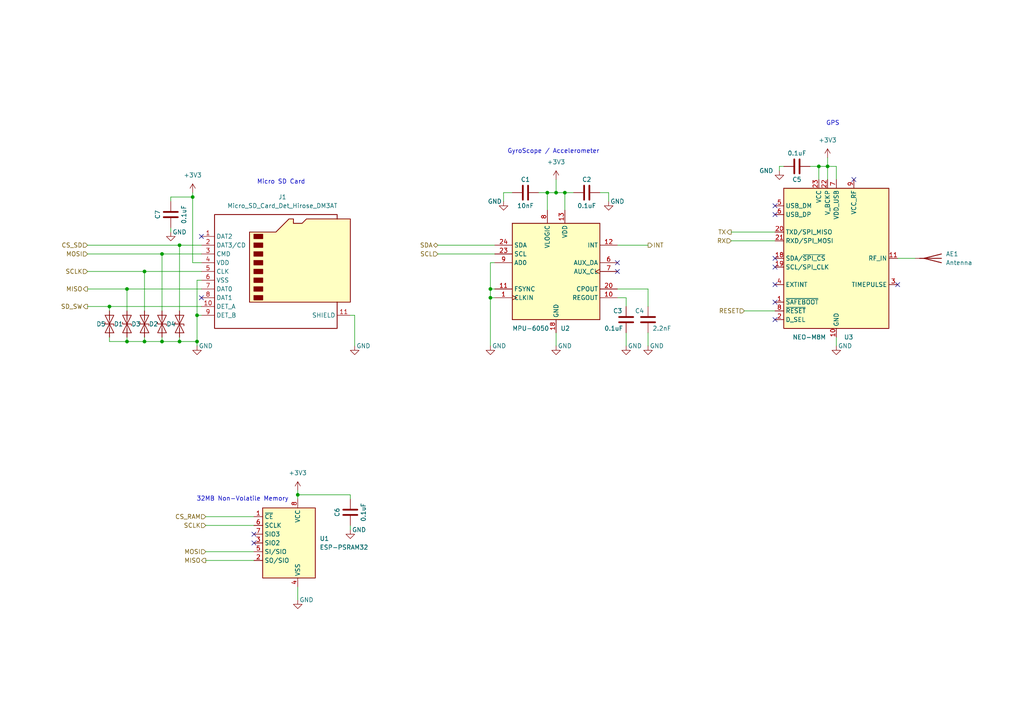
<source format=kicad_sch>
(kicad_sch (version 20231120) (generator "eeschema") (generator_version "8.0")
  (paper "A4")
  (lib_symbols
    (symbol "Connector:Micro_SD_Card_Det_Hirose_DM3AT"
      (property "Reference" "J" (at -16.51 17.78 0))
      (property "Value" "Micro_SD_Card_Det_Hirose_DM3AT" (at 16.51 17.78 0))
      (symbol "Micro_SD_Card_Det_Hirose_DM3AT_0_1"
        (rectangle (start -7.62 -6.985) (end -5.08 -8.255) (stroke (width 0.254)) (fill (type outline)))
        (rectangle (start -7.62 -4.445) (end -5.08 -5.715) (stroke (width 0.254)) (fill (type outline)))
        (rectangle (start -7.62 -1.905) (end -5.08 -3.175) (stroke (width 0.254)) (fill (type outline)))
        (rectangle (start -7.62 0.635) (end -5.08 -0.635) (stroke (width 0.254)) (fill (type outline)))
        (rectangle (start -7.62 3.175) (end -5.08 1.905) (stroke (width 0.254)) (fill (type outline)))
        (rectangle (start -7.62 5.715) (end -5.08 4.445) (stroke (width 0.254)) (fill (type outline)))
        (rectangle (start -7.62 8.255) (end -5.08 6.985) (stroke (width 0.254)) (fill (type outline)))
        (rectangle (start -7.62 10.795) (end -5.08 9.525) (stroke (width 0.254)) (fill (type outline)))
        (polyline (pts (xy 16.51 15.24) (xy 16.51 16.51) (xy -19.05 16.51) (xy -19.05 -16.51) (xy 16.51 -16.51) (xy 16.51 -8.89)) (stroke (width 0.254)))
        (polyline (pts (xy -8.89 -8.89) (xy -8.89 11.43) (xy -1.27 11.43) (xy 2.54 15.24) (xy 3.81 15.24) (xy 3.81 13.97) (xy 6.35 13.97) (xy 7.62 15.24) (xy 20.32 15.24) (xy 20.32 -8.89) (xy -8.89 -8.89)) (stroke (width 0.254)) (fill (type background)))
      )
      (symbol "Micro_SD_Card_Det_Hirose_DM3AT_1_1"
        (pin bidirectional line (at -22.86 10.16 0) (length 3.81) (name "DAT2") (number "1"))
        (pin passive line (at -22.86 -10.16 0) (length 3.81) (name "DET_A") (number "10"))
        (pin passive line (at 20.32 -12.7 180) (length 3.81) (name "SHIELD") (number "11"))
        (pin bidirectional line (at -22.86 7.62 0) (length 3.81) (name "DAT3/CD") (number "2"))
        (pin input line (at -22.86 5.08 0) (length 3.81) (name "CMD") (number "3"))
        (pin power_in line (at -22.86 2.54 0) (length 3.81) (name "VDD") (number "4"))
        (pin input line (at -22.86 0 0) (length 3.81) (name "CLK") (number "5"))
        (pin power_in line (at -22.86 -2.54 0) (length 3.81) (name "VSS") (number "6"))
        (pin bidirectional line (at -22.86 -5.08 0) (length 3.81) (name "DAT0") (number "7"))
        (pin bidirectional line (at -22.86 -7.62 0) (length 3.81) (name "DAT1") (number "8"))
        (pin passive line (at -22.86 -12.7 0) (length 3.81) (name "DET_B") (number "9"))
      )
    )
    (symbol "Device:Antenna" (pin_numbers hide) (pin_names (offset 1.016) hide)
      (property "Reference" "AE1" (at -1.27 3.81 90))
      (property "Value" "Antenna" (at 1.27 3.81 90))
      (symbol "Antenna_0_1"
        (polyline (pts (xy 0 2.54) (xy 0 -3.81)) (stroke (width 0.254)))
        (polyline (pts (xy 1.27 2.54) (xy 0 -2.54) (xy -1.27 2.54)) (stroke (width 0.254)))
      )
      (symbol "Antenna_1_1"
        (pin output line (at 0 -5.08 90) (length 2.54) (name "A") (number "1"))
      )
    )
    (symbol "Device:C" (pin_numbers hide) (pin_names (offset 0.254))
      (property "Reference" "C" (at 0.635 2.54 0))
      (property "Value" "C" (at 0.635 -2.54 0))
      (symbol "C_0_1"
        (polyline (pts (xy -2.032 -0.762) (xy 2.032 -0.762)) (stroke (width 0.508)))
        (polyline (pts (xy -2.032 0.762) (xy 2.032 0.762)) (stroke (width 0.508)))
      )
      (symbol "C_1_1"
        (pin passive line (at 0 3.81 270) (length 2.794) (name "~") (number "1"))
        (pin passive line (at 0 -3.81 90) (length 2.794) (name "~") (number "2"))
      )
    )
    (symbol "Diode:SD05_SOD323" (pin_numbers hide) (pin_names (offset 1.016) hide)
      (property "Reference" "D" (at 0 2.54 0))
      (property "Value" "SD05_SOD323" (at 0 -2.54 0))
      (symbol "SD05_SOD323_0_1"
        (polyline (pts (xy 1.27 0) (xy -1.27 0)))
        (polyline (pts (xy -2.54 -1.27) (xy 0 0) (xy -2.54 1.27) (xy -2.54 -1.27)) (stroke (width 0.2032)))
        (polyline (pts (xy 0.508 1.27) (xy 0 1.27) (xy 0 -1.27) (xy -0.508 -1.27)) (stroke (width 0.2032)))
        (polyline (pts (xy 2.54 1.27) (xy 2.54 -1.27) (xy 0 0) (xy 2.54 1.27)) (stroke (width 0.2032)))
      )
      (symbol "SD05_SOD323_1_1"
        (pin passive line (at -3.81 0 0) (length 2.54) (name "A1") (number "1"))
        (pin passive line (at 3.81 0 180) (length 2.54) (name "A2") (number "2"))
      )
    )
    (symbol "Memory_RAM:ESP-PSRAM32"
      (property "Reference" "U" (at 3.81 11.43 0))
      (property "Value" "ESP-PSRAM32" (at -1.27 -11.43 0))
      (symbol "ESP-PSRAM32_0_1"
        (rectangle (start -7.62 10.16) (end 7.62 -10.16) (stroke (width 0.254)) (fill (type background)))
      )
      (symbol "ESP-PSRAM32_1_1"
        (pin input line (at 10.16 7.62 180) (length 2.54) (name "~{CE}") (number "1"))
        (pin output line (at 10.16 -5.08 180) (length 2.54) (name "SO/SIO") (number "2"))
        (pin bidirectional line (at 10.16 0 180) (length 2.54) (name "SIO2") (number "3"))
        (pin power_in line (at -2.54 -12.7 90) (length 2.54) (name "VSS") (number "4"))
        (pin input line (at 10.16 -2.54 180) (length 2.54) (name "SI/SIO") (number "5"))
        (pin output line (at 10.16 5.08 180) (length 2.54) (name "SCLK") (number "6"))
        (pin bidirectional line (at 10.16 2.54 180) (length 2.54) (name "SIO3") (number "7"))
        (pin power_in line (at -2.54 12.7 270) (length 2.54) (name "VCC") (number "8"))
      )
    )
    (symbol "RF_GPS:NEO-M8M"
      (property "Reference" "U" (at -13.97 21.59 0))
      (property "Value" "NEO-M8M" (at 11.43 21.59 0))
      (symbol "NEO-M8M_0_1"
        (rectangle (start -15.24 20.32) (end 15.24 -20.32) (stroke (width 0.254)) (fill (type background)))
      )
      (symbol "NEO-M8M_1_1"
        (pin input line (at -17.78 -12.7 0) (length 2.54) (name "~{SAFEBOOT}") (number "1"))
        (pin power_in line (at 0 -22.86 90) (length 2.54) (name "GND") (number "10"))
        (pin input line (at 17.78 0 180) (length 2.54) (name "RF_IN") (number "11"))
        (pin passive line (at 0 -22.86 90) (length 2.54) hide (name "GND") (number "12"))
        (pin passive line (at 0 -22.86 90) (length 2.54) hide (name "GND") (number "13"))
        (pin no_connect line (at 15.24 -10.16 180) (length 2.54) hide (name "RESERVED") (number "14"))
        (pin no_connect line (at 15.24 -12.7 180) (length 2.54) hide (name "RESERVED") (number "15"))
        (pin no_connect line (at 15.24 -15.24 180) (length 2.54) hide (name "RESERVED") (number "16"))
        (pin no_connect line (at 15.24 -17.78 180) (length 2.54) hide (name "RESERVED") (number "17"))
        (pin bidirectional line (at -17.78 0 0) (length 2.54) (name "SDA/~{SPI_CS}") (number "18"))
        (pin input line (at -17.78 -2.54 0) (length 2.54) (name "SCL/SPI_CLK") (number "19"))
        (pin input line (at -17.78 -17.78 0) (length 2.54) (name "D_SEL") (number "2"))
        (pin output line (at -17.78 7.62 0) (length 2.54) (name "TXD/SPI_MISO") (number "20"))
        (pin input line (at -17.78 5.08 0) (length 2.54) (name "RXD/SPI_MOSI") (number "21"))
        (pin power_in line (at -2.54 22.86 270) (length 2.54) (name "V_BCKP") (number "22"))
        (pin power_in line (at -5.08 22.86 270) (length 2.54) (name "VCC") (number "23"))
        (pin passive line (at 0 -22.86 90) (length 2.54) hide (name "GND") (number "24"))
        (pin output line (at 17.78 -7.62 180) (length 2.54) (name "TIMEPULSE") (number "3"))
        (pin input line (at -17.78 -7.62 0) (length 2.54) (name "EXTINT") (number "4"))
        (pin bidirectional line (at -17.78 15.24 0) (length 2.54) (name "USB_DM") (number "5"))
        (pin bidirectional line (at -17.78 12.7 0) (length 2.54) (name "USB_DP") (number "6"))
        (pin power_in line (at 0 22.86 270) (length 2.54) (name "VDD_USB") (number "7"))
        (pin input line (at -17.78 -15.24 0) (length 2.54) (name "~{RESET}") (number "8"))
        (pin power_out line (at 5.08 22.86 270) (length 2.54) (name "VCC_RF") (number "9"))
      )
    )
    (symbol "Sensor_Motion:MPU-6050"
      (property "Reference" "U" (at -11.43 13.97 0))
      (property "Value" "MPU-6050" (at 7.62 -15.24 0))
      (symbol "MPU-6050_0_0"
        (text "" (at 12.7 -2.54 0) (effects (font (size 1.27 1.27))))
      )
      (symbol "MPU-6050_0_1"
        (rectangle (start -12.7 13.97) (end 12.7 -13.97) (stroke (width 0.254)) (fill (type background)))
      )
      (symbol "MPU-6050_1_1"
        (pin input clock (at -17.78 -7.62 0) (length 5.08) (name "CLKIN") (number "1"))
        (pin passive line (at 17.78 -7.62 180) (length 5.08) (name "REGOUT") (number "10"))
        (pin input line (at -17.78 -5.08 0) (length 5.08) (name "FSYNC") (number "11"))
        (pin output line (at 17.78 7.62 180) (length 5.08) (name "INT") (number "12"))
        (pin power_in line (at 2.54 17.78 270) (length 3.81) (name "VDD") (number "13"))
        (pin no_connect line (at -12.7 -10.16 0) (length 2.54) hide (name "NC") (number "14"))
        (pin no_connect line (at 12.7 12.7 180) (length 2.54) hide (name "NC") (number "15"))
        (pin no_connect line (at 12.7 10.16 180) (length 2.54) hide (name "NC") (number "16"))
        (pin no_connect line (at 12.7 5.08 180) (length 2.54) hide (name "NC") (number "17"))
        (pin power_in line (at 0 -17.78 90) (length 3.81) (name "GND") (number "18"))
        (pin no_connect line (at 12.7 -10.16 180) (length 2.54) hide (name "RESV") (number "19"))
        (pin no_connect line (at -12.7 12.7 0) (length 2.54) hide (name "NC") (number "2"))
        (pin passive line (at 17.78 -5.08 180) (length 5.08) (name "CPOUT") (number "20"))
        (pin no_connect line (at 12.7 -2.54 180) (length 2.54) hide (name "RESV") (number "21"))
        (pin no_connect line (at 12.7 -12.7 180) (length 2.54) hide (name "RESV") (number "22"))
        (pin input line (at -17.78 5.08 0) (length 5.08) (name "SCL") (number "23"))
        (pin bidirectional line (at -17.78 7.62 0) (length 5.08) (name "SDA") (number "24"))
        (pin no_connect line (at -12.7 10.16 0) (length 2.54) hide (name "NC") (number "3"))
        (pin no_connect line (at -12.7 0 0) (length 2.54) hide (name "NC") (number "4"))
        (pin no_connect line (at -12.7 -2.54 0) (length 2.54) hide (name "NC") (number "5"))
        (pin bidirectional line (at 17.78 2.54 180) (length 5.08) (name "AUX_DA") (number "6"))
        (pin output clock (at 17.78 0 180) (length 5.08) (name "AUX_CL") (number "7"))
        (pin power_in line (at -2.54 17.78 270) (length 3.81) (name "VLOGIC") (number "8"))
        (pin input line (at -17.78 2.54 0) (length 5.08) (name "AD0") (number "9"))
      )
    )
    (symbol "power:+3V3" (power) (pin_names (offset 0))
      (property "Value" "+3V3" (at 0 3.556 0))
      (symbol "+3V3_0_1"
        (polyline (pts (xy -0.762 1.27) (xy 0 2.54)))
        (polyline (pts (xy 0 0) (xy 0 2.54)))
        (polyline (pts (xy 0 2.54) (xy 0.762 1.27)))
      )
      (symbol "+3V3_1_1"
        (pin power_in line (at 0 0 90) (length 0) hide (name "+3V3") (number "1"))
      )
    )
    (symbol "power:GND" (power) (pin_names (offset 0))
      (property "Value" "GND" (at 0 -3.81 0))
      (symbol "GND_0_1"
        (polyline (pts (xy 0 0) (xy 0 -1.27) (xy 1.27 -1.27) (xy 0 -2.54) (xy -1.27 -1.27) (xy 0 -1.27)))
      )
      (symbol "GND_1_1"
        (pin power_in line (at 0 0 270) (length 0) hide (name "GND") (number "1"))
      )
    )
  )
  (junction (at 57.15 99.06))
  (junction (at 41.91 99.06))
  (junction (at 52.07 99.06))
  (junction (at 161.29 55.88))
  (junction (at 36.83 83.82))
  (junction (at 55.88 57.15))
  (junction (at 237.49 48.26))
  (junction (at 158.75 55.88))
  (junction (at 31.75 88.9))
  (junction (at 240.03 48.26))
  (junction (at 36.83 99.06))
  (junction (at 52.07 71.12))
  (junction (at 163.83 55.88))
  (junction (at 142.24 86.36))
  (junction (at 46.99 73.66))
  (junction (at 46.99 99.06))
  (junction (at 57.15 91.44))
  (junction (at 86.36 143.51))
  (junction (at 41.91 78.74))
  (junction (at 142.24 83.82))
  (no_connect (at 58.42 86.36))
  (no_connect (at 224.79 87.63))
  (no_connect (at 224.79 74.93))
  (no_connect (at 73.66 157.48))
  (no_connect (at 224.79 77.47))
  (no_connect (at 224.79 62.23))
  (no_connect (at 179.07 76.2))
  (no_connect (at 260.35 82.55))
  (no_connect (at 179.07 78.74))
  (no_connect (at 224.79 82.55))
  (no_connect (at 58.42 68.58))
  (no_connect (at 73.66 154.94))
  (no_connect (at 224.79 92.71))
  (no_connect (at 224.79 59.69))
  (no_connect (at 247.65 52.07))
  (wire (pts (xy 163.83 55.88) (xy 163.83 60.96)))
  (wire (pts (xy 46.99 73.66) (xy 46.99 90.17)))
  (wire (pts (xy 58.42 81.28) (xy 57.15 81.28)))
  (wire (pts (xy 215.9 90.17) (xy 224.79 90.17)))
  (wire (pts (xy 59.69 160.02) (xy 73.66 160.02)))
  (wire (pts (xy 176.53 55.88) (xy 173.99 55.88)))
  (wire (pts (xy 212.09 69.85) (xy 224.79 69.85)))
  (wire (pts (xy 49.53 57.15) (xy 55.88 57.15)))
  (wire (pts (xy 237.49 52.07) (xy 237.49 48.26)))
  (wire (pts (xy 55.88 55.88) (xy 55.88 57.15)))
  (wire (pts (xy 187.96 71.12) (xy 179.07 71.12)))
  (wire (pts (xy 127 71.12) (xy 143.51 71.12)))
  (wire (pts (xy 161.29 96.52) (xy 161.29 100.33)))
  (wire (pts (xy 179.07 83.82) (xy 187.96 83.82)))
  (wire (pts (xy 31.75 88.9) (xy 31.75 90.17)))
  (wire (pts (xy 36.83 97.79) (xy 36.83 99.06)))
  (wire (pts (xy 52.07 71.12) (xy 58.42 71.12)))
  (wire (pts (xy 86.36 142.24) (xy 86.36 143.51)))
  (wire (pts (xy 31.75 88.9) (xy 58.42 88.9)))
  (wire (pts (xy 86.36 143.51) (xy 101.6 143.51)))
  (wire (pts (xy 237.49 48.26) (xy 240.03 48.26)))
  (wire (pts (xy 242.57 52.07) (xy 242.57 48.26)))
  (wire (pts (xy 142.24 83.82) (xy 142.24 86.36)))
  (wire (pts (xy 25.4 88.9) (xy 31.75 88.9)))
  (wire (pts (xy 52.07 71.12) (xy 52.07 90.17)))
  (wire (pts (xy 31.75 97.79) (xy 31.75 99.06)))
  (wire (pts (xy 25.4 78.74) (xy 41.91 78.74)))
  (wire (pts (xy 41.91 97.79) (xy 41.91 99.06)))
  (wire (pts (xy 146.05 55.88) (xy 148.59 55.88)))
  (wire (pts (xy 187.96 83.82) (xy 187.96 88.9)))
  (wire (pts (xy 146.05 58.42) (xy 146.05 55.88)))
  (wire (pts (xy 181.61 96.52) (xy 181.61 100.33)))
  (wire (pts (xy 49.53 58.42) (xy 49.53 57.15)))
  (wire (pts (xy 57.15 91.44) (xy 57.15 99.06)))
  (wire (pts (xy 176.53 58.42) (xy 176.53 55.88)))
  (wire (pts (xy 36.83 99.06) (xy 41.91 99.06)))
  (wire (pts (xy 142.24 76.2) (xy 142.24 83.82)))
  (wire (pts (xy 86.36 143.51) (xy 86.36 144.78)))
  (wire (pts (xy 242.57 48.26) (xy 240.03 48.26)))
  (wire (pts (xy 142.24 83.82) (xy 143.51 83.82)))
  (wire (pts (xy 49.53 66.04) (xy 49.53 67.31)))
  (wire (pts (xy 143.51 76.2) (xy 142.24 76.2)))
  (wire (pts (xy 212.09 67.31) (xy 224.79 67.31)))
  (wire (pts (xy 57.15 81.28) (xy 57.15 91.44)))
  (wire (pts (xy 226.06 48.26) (xy 227.33 48.26)))
  (wire (pts (xy 55.88 57.15) (xy 55.88 76.2)))
  (wire (pts (xy 41.91 78.74) (xy 41.91 90.17)))
  (wire (pts (xy 59.69 152.4) (xy 73.66 152.4)))
  (wire (pts (xy 57.15 99.06) (xy 57.15 100.33)))
  (wire (pts (xy 52.07 97.79) (xy 52.07 99.06)))
  (wire (pts (xy 234.95 48.26) (xy 237.49 48.26)))
  (wire (pts (xy 181.61 86.36) (xy 179.07 86.36)))
  (wire (pts (xy 187.96 96.52) (xy 187.96 100.33)))
  (wire (pts (xy 86.36 170.18) (xy 86.36 173.99)))
  (wire (pts (xy 59.69 162.56) (xy 73.66 162.56)))
  (wire (pts (xy 101.6 144.78) (xy 101.6 143.51)))
  (wire (pts (xy 25.4 83.82) (xy 36.83 83.82)))
  (wire (pts (xy 181.61 88.9) (xy 181.61 86.36)))
  (wire (pts (xy 102.87 100.33) (xy 102.87 91.44)))
  (wire (pts (xy 161.29 52.07) (xy 161.29 55.88)))
  (wire (pts (xy 142.24 86.36) (xy 143.51 86.36)))
  (wire (pts (xy 158.75 55.88) (xy 161.29 55.88)))
  (wire (pts (xy 25.4 71.12) (xy 52.07 71.12)))
  (wire (pts (xy 41.91 99.06) (xy 46.99 99.06)))
  (wire (pts (xy 240.03 48.26) (xy 240.03 52.07)))
  (wire (pts (xy 52.07 99.06) (xy 57.15 99.06)))
  (wire (pts (xy 46.99 99.06) (xy 52.07 99.06)))
  (wire (pts (xy 59.69 149.86) (xy 73.66 149.86)))
  (wire (pts (xy 260.35 74.93) (xy 265.43 74.93)))
  (wire (pts (xy 158.75 55.88) (xy 158.75 60.96)))
  (wire (pts (xy 163.83 55.88) (xy 166.37 55.88)))
  (wire (pts (xy 46.99 97.79) (xy 46.99 99.06)))
  (wire (pts (xy 36.83 83.82) (xy 58.42 83.82)))
  (wire (pts (xy 102.87 91.44) (xy 101.6 91.44)))
  (wire (pts (xy 226.06 49.53) (xy 226.06 48.26)))
  (wire (pts (xy 156.21 55.88) (xy 158.75 55.88)))
  (wire (pts (xy 240.03 45.72) (xy 240.03 48.26)))
  (wire (pts (xy 101.6 152.4) (xy 101.6 153.67)))
  (wire (pts (xy 58.42 76.2) (xy 55.88 76.2)))
  (wire (pts (xy 127 73.66) (xy 143.51 73.66)))
  (wire (pts (xy 242.57 97.79) (xy 242.57 100.33)))
  (wire (pts (xy 36.83 83.82) (xy 36.83 90.17)))
  (wire (pts (xy 46.99 73.66) (xy 58.42 73.66)))
  (wire (pts (xy 161.29 55.88) (xy 163.83 55.88)))
  (wire (pts (xy 41.91 78.74) (xy 58.42 78.74)))
  (wire (pts (xy 57.15 91.44) (xy 58.42 91.44)))
  (wire (pts (xy 142.24 100.33) (xy 142.24 86.36)))
  (wire (pts (xy 25.4 73.66) (xy 46.99 73.66)))
  (wire (pts (xy 31.75 99.06) (xy 36.83 99.06)))
  (text "GPS" (at 241.554 35.814 0) (effects (font (size 1.27 1.27))))
  (text "GyroScope / Accelerometer" (at 160.528 43.942 0) (effects (font (size 1.27 1.27))))
  (text "Micro SD Card\n" (at 81.534 52.832 0) (effects (font (size 1.27 1.27))))
  (text "32MB Non-Volatile Memory" (at 70.358 144.78 0) (effects (font (size 1.27 1.27))))
  (hierarchical_label "SDA" (shape bidirectional) (at 127 71.12 180))
  (hierarchical_label "SCL" (shape input) (at 127 73.66 180))
  (hierarchical_label "RX" (shape input) (at 212.09 69.85 180))
  (hierarchical_label "SCLK" (shape input) (at 25.4 78.74 180))
  (hierarchical_label "SCLK" (shape input) (at 59.69 152.4 180))
  (hierarchical_label "TX" (shape output) (at 212.09 67.31 180))
  (hierarchical_label "MISO" (shape output) (at 59.69 162.56 180))
  (hierarchical_label "RESET" (shape input) (at 215.9 90.17 180))
  (hierarchical_label "MOSI" (shape input) (at 25.4 73.66 180))
  (hierarchical_label "CS_RAM" (shape input) (at 59.69 149.86 180))
  (hierarchical_label "SD_SW" (shape output) (at 25.4 88.9 180))
  (hierarchical_label "INT" (shape output) (at 187.96 71.12 0))
  (hierarchical_label "CS_SD" (shape input) (at 25.4 71.12 180))
  (hierarchical_label "MISO" (shape output) (at 25.4 83.82 180))
  (hierarchical_label "MOSI" (shape input) (at 59.69 160.02 180))
  (symbol (lib_id "power:GND") (at 242.57 100.33 0) (unit 1)
    (property "Reference" "#PWR016" (effects (hide yes)))
    (property "Value" "GND" (at 245.11 100.33 0))
  )
  (symbol (lib_id "power:GND") (at 101.6 153.67 0) (unit 1)
    (property "Reference" "#PWR013" (effects (hide yes)))
    (property "Value" "GND" (at 104.14 153.67 0))
  )
  (symbol (lib_id "Diode:SD05_SOD323") (at 31.75 93.98 90) (unit 1)
    (property "Reference" "D5" (at 27.94 93.98 90) (effects (justify right)))
    (property "Value" "SD05_SOD323" (effects (hide yes)))
    (property "Footprint" "Diode_SMD:D_SOD-323" (effects (hide yes)))
    (property "Datasheet" "https://www.littelfuse.com/~/media/electronics/datasheets/tvs_diode_arrays/littelfuse_tvs_diode_array_sd_c_datasheet.pdf.pdf" (effects (hide yes)))
  )
  (symbol (lib_id "power:+3V3") (at 55.88 55.88 0) (unit 1)
    (property "Reference" "#PWR01" (effects (hide yes)))
    (property "Value" "+3V3" (at 55.88 50.8 0))
  )
  (symbol (lib_id "Device:C") (at 181.61 92.71 180) (unit 1)
    (property "Reference" "C3" (at 177.8 90.17 0) (effects (justify right)))
    (property "Value" "0.1uF" (at 175.26 95.25 0) (effects (justify right)))
    (property "Footprint" "Capacitor_SMD:C_0603_1608Metric_Pad1.08x0.95mm_HandSolder" (effects (hide yes)))
  )
  (symbol (lib_id "Device:Antenna") (at 270.51 74.93 270) (unit 1)
    (property "Reference" "AE1" (at 274.32 73.66 90) (effects (justify left)))
    (property "Value" "Antenna" (at 274.32 76.2 90) (effects (justify left)))
    (property "Footprint" "Connector_Coaxial:U.FL_Hirose_U.FL-R-SMT-1_Vertical" (effects (hide yes)))
  )
  (symbol (lib_id "Device:C") (at 101.6 148.59 180) (unit 1)
    (property "Reference" "C6" (at 97.79 148.59 90))
    (property "Value" "0.1uF" (at 105.41 148.59 90))
    (property "Footprint" "Capacitor_SMD:C_0603_1608Metric_Pad1.08x0.95mm_HandSolder" (effects (hide yes)))
  )
  (symbol (lib_id "power:GND") (at 161.29 100.33 0) (unit 1)
    (property "Reference" "#PWR09" (effects (hide yes)))
    (property "Value" "GND" (at 163.83 100.33 0))
  )
  (symbol (lib_id "power:GND") (at 57.15 100.33 0) (unit 1)
    (property "Reference" "#PWR02" (effects (hide yes)))
    (property "Value" "GND" (at 59.69 100.33 0))
  )
  (symbol (lib_id "Diode:SD05_SOD323") (at 36.83 93.98 90) (unit 1)
    (property "Reference" "D1" (at 33.02 93.98 90) (effects (justify right)))
    (property "Value" "SD05_SOD323" (effects (hide yes)))
    (property "Footprint" "Diode_SMD:D_SOD-323" (effects (hide yes)))
    (property "Datasheet" "https://www.littelfuse.com/~/media/electronics/datasheets/tvs_diode_arrays/littelfuse_tvs_diode_array_sd_c_datasheet.pdf.pdf" (effects (hide yes)))
  )
  (symbol (lib_id "Memory_RAM:ESP-PSRAM32") (at 83.82 157.48 0) (mirror y) (unit 1)
    (property "Reference" "U1" (at 92.71 156.21 0) (effects (justify right)))
    (property "Value" "ESP-PSRAM32" (at 92.71 158.75 0) (effects (justify right)))
    (property "Footprint" "Package_SO:SOIC-8_3.9x4.9mm_P1.27mm" (effects (hide yes)))
    (property "Datasheet" "https://www.espressif.com/sites/default/files/documentation/esp-psram32_datasheet_en.pdf" (effects (hide yes)))
  )
  (symbol (lib_id "Sensor_Motion:MPU-6050") (at 161.29 78.74 0) (unit 1)
    (property "Reference" "U2" (at 162.56 95.25 0) (effects (justify left)))
    (property "Value" "MPU-6050" (at 148.59 95.25 0) (effects (justify left)))
    (property "Footprint" "Sensor_Motion:InvenSense_QFN-24_4x4mm_P0.5mm" (effects (hide yes)))
    (property "Datasheet" "https://invensense.tdk.com/wp-content/uploads/2015/02/MPU-6000-Datasheet1.pdf" (effects (hide yes)))
  )
  (symbol (lib_id "power:+3V3") (at 240.03 45.72 0) (unit 1)
    (property "Reference" "#PWR015" (effects (hide yes)))
    (property "Value" "+3V3" (at 240.03 40.64 0))
  )
  (symbol (lib_id "Device:C") (at 49.53 62.23 180) (unit 1)
    (property "Reference" "C7" (at 45.72 62.23 90))
    (property "Value" "0.1uF" (at 53.34 62.23 90))
    (property "Footprint" "Capacitor_SMD:C_0603_1608Metric_Pad1.08x0.95mm_HandSolder" (effects (hide yes)))
  )
  (symbol (lib_id "Diode:SD05_SOD323") (at 41.91 93.98 90) (unit 1)
    (property "Reference" "D3" (at 38.1 93.98 90) (effects (justify right)))
    (property "Value" "SD05_SOD323" (effects (hide yes)))
    (property "Footprint" "Diode_SMD:D_SOD-323" (effects (hide yes)))
    (property "Datasheet" "https://www.littelfuse.com/~/media/electronics/datasheets/tvs_diode_arrays/littelfuse_tvs_diode_array_sd_c_datasheet.pdf.pdf" (effects (hide yes)))
  )
  (symbol (lib_id "power:GND") (at 146.05 58.42 0) (mirror y) (unit 1)
    (property "Reference" "#PWR07" (effects (hide yes)))
    (property "Value" "GND" (at 143.51 58.42 0))
  )
  (symbol (lib_id "power:GND") (at 176.53 58.42 0) (unit 1)
    (property "Reference" "#PWR010" (effects (hide yes)))
    (property "Value" "GND" (at 179.07 58.42 0))
  )
  (symbol (lib_id "RF_GPS:NEO-M8M") (at 242.57 74.93 0) (unit 1)
    (property "Reference" "U3" (at 244.7641 97.79 0) (effects (justify left)))
    (property "Value" "NEO-M8M" (at 229.87 97.79 0) (effects (justify left)))
    (property "Footprint" "RF_GPS:ublox_NEO" (effects (hide yes)))
    (property "Datasheet" "https://content.u-blox.com/sites/default/files/NEO-M8-FW3_DataSheet_UBX-15031086.pdf" (effects (hide yes)))
  )
  (symbol (lib_id "Device:C") (at 170.18 55.88 90) (unit 1)
    (property "Reference" "C2" (at 170.18 52.07 90))
    (property "Value" "0.1uF" (at 170.18 59.69 90))
    (property "Footprint" "Capacitor_SMD:C_0603_1608Metric_Pad1.08x0.95mm_HandSolder" (effects (hide yes)))
  )
  (symbol (lib_id "power:GND") (at 49.53 67.31 0) (unit 1)
    (property "Reference" "#PWR024" (effects (hide yes)))
    (property "Value" "GND" (at 52.07 67.31 0))
  )
  (symbol (lib_id "power:+3V3") (at 86.36 142.24 0) (unit 1)
    (property "Reference" "#PWR03" (effects (hide yes)))
    (property "Value" "+3V3" (at 86.36 137.16 0))
  )
  (symbol (lib_id "Connector:Micro_SD_Card_Det_Hirose_DM3AT") (at 81.28 78.74 0) (unit 1)
    (property "Reference" "J1" (at 81.915 57.15 0))
    (property "Value" "Micro_SD_Card_Det_Hirose_DM3AT" (at 81.915 59.69 0))
    (property "Footprint" "Connector_Card:microSD_HC_Hirose_DM3AT-SF-PEJM5" (effects (hide yes)))
    (property "Datasheet" "https://www.hirose.com/product/en/download_file/key_name/DM3/category/Catalog/doc_file_id/49662/?file_category_id=4&item_id=195&is_series=1" (effects (hide yes)))
  )
  (symbol (lib_id "Diode:SD05_SOD323") (at 52.07 93.98 90) (unit 1)
    (property "Reference" "D4" (at 48.26 93.98 90) (effects (justify right)))
    (property "Value" "SD05_SOD323" (effects (hide yes)))
    (property "Footprint" "Diode_SMD:D_SOD-323" (effects (hide yes)))
    (property "Datasheet" "https://www.littelfuse.com/~/media/electronics/datasheets/tvs_diode_arrays/littelfuse_tvs_diode_array_sd_c_datasheet.pdf.pdf" (effects (hide yes)))
  )
  (symbol (lib_id "Device:C") (at 187.96 92.71 180) (unit 1)
    (property "Reference" "C4" (at 184.15 90.17 0) (effects (justify right)))
    (property "Value" "2.2nF" (at 189.23 95.25 0) (effects (justify right)))
    (property "Footprint" "Capacitor_SMD:C_0603_1608Metric_Pad1.08x0.95mm_HandSolder" (effects (hide yes)))
  )
  (symbol (lib_id "power:GND") (at 102.87 100.33 0) (unit 1)
    (property "Reference" "#PWR05" (effects (hide yes)))
    (property "Value" "GND" (at 105.41 100.33 0))
  )
  (symbol (lib_id "power:GND") (at 226.06 49.53 0) (unit 1)
    (property "Reference" "#PWR014" (effects (hide yes)))
    (property "Value" "GND" (at 222.25 49.53 0))
  )
  (symbol (lib_id "Device:C") (at 231.14 48.26 270) (unit 1)
    (property "Reference" "C5" (at 231.14 52.07 90))
    (property "Value" "0.1uF" (at 231.14 44.45 90))
    (property "Footprint" "Capacitor_SMD:C_0603_1608Metric_Pad1.08x0.95mm_HandSolder" (effects (hide yes)))
  )
  (symbol (lib_id "power:GND") (at 86.36 173.99 0) (unit 1)
    (property "Reference" "#PWR04" (effects (hide yes)))
    (property "Value" "GND" (at 88.9 173.99 0))
  )
  (symbol (lib_id "Device:C") (at 152.4 55.88 90) (unit 1)
    (property "Reference" "C1" (at 152.4 52.07 90))
    (property "Value" "10nF" (at 152.4 59.69 90))
    (property "Footprint" "Capacitor_SMD:C_0603_1608Metric_Pad1.08x0.95mm_HandSolder" (effects (hide yes)))
  )
  (symbol (lib_id "power:GND") (at 187.96 100.33 0) (unit 1)
    (property "Reference" "#PWR012" (effects (hide yes)))
    (property "Value" "GND" (at 190.5 100.33 0))
  )
  (symbol (lib_id "Diode:SD05_SOD323") (at 46.99 93.98 90) (unit 1)
    (property "Reference" "D2" (at 43.18 93.98 90) (effects (justify right)))
    (property "Value" "SD05_SOD323" (effects (hide yes)))
    (property "Footprint" "Diode_SMD:D_SOD-323" (effects (hide yes)))
    (property "Datasheet" "https://www.littelfuse.com/~/media/electronics/datasheets/tvs_diode_arrays/littelfuse_tvs_diode_array_sd_c_datasheet.pdf.pdf" (effects (hide yes)))
  )
  (symbol (lib_id "power:GND") (at 181.61 100.33 0) (unit 1)
    (property "Reference" "#PWR011" (effects (hide yes)))
    (property "Value" "GND" (at 184.15 100.33 0))
  )
  (symbol (lib_id "power:+3V3") (at 161.29 52.07 0) (unit 1)
    (property "Reference" "#PWR08" (effects (hide yes)))
    (property "Value" "+3V3" (at 161.29 46.99 0))
  )
  (symbol (lib_id "power:GND") (at 142.24 100.33 0) (unit 1)
    (property "Reference" "#PWR06" (effects (hide yes)))
    (property "Value" "GND" (at 144.78 100.33 0))
  )
)
</source>
